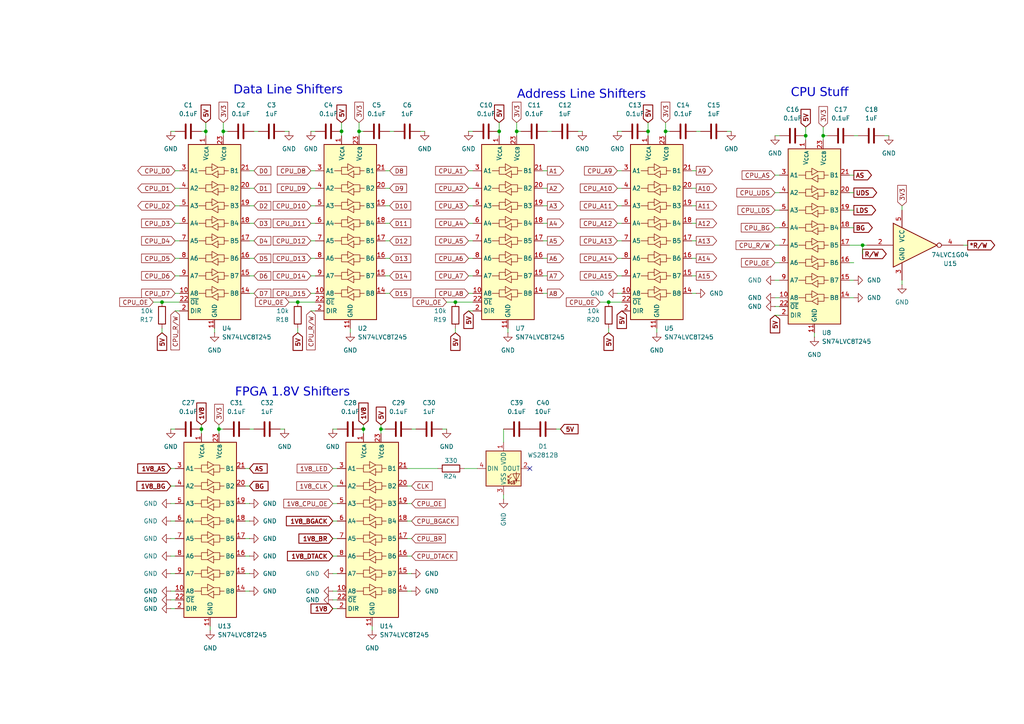
<source format=kicad_sch>
(kicad_sch (version 20250114) (generator "eeschema") (generator_version "9.0")
  (paper "A4")
  (text "CPU Stuff" (at 237.744 27.686 0) (effects (font (size 2.54 2.54))))
  (text "Data Line Shifters" (at 83.566 26.924 0) (effects (font (size 2.54 2.54))))
  (text "FPGA 1.8V Shifters" (at 84.836 114.554 0) (effects (font (size 2.54 2.54))))
  (text "Address Line Shifters" (at 168.656 28.194 0) (effects (font (size 2.54 2.54))))
  (junction (at 105.41 124.46))
  (junction (at 58.42 124.46))
  (junction (at 187.96 38.1))
  (junction (at 99.06 38.1))
  (junction (at 233.68 39.37))
  (junction (at 46.99 87.63))
  (junction (at 238.76 39.37))
  (junction (at 144.78 38.1))
  (junction (at 110.49 124.46))
  (junction (at 64.77 38.1))
  (junction (at 149.86 38.1))
  (junction (at 63.5 124.46))
  (junction (at 86.36 87.63))
  (junction (at 59.69 38.1))
  (junction (at 132.08 87.63))
  (junction (at 250.19 71.12))
  (junction (at 176.53 87.63))
  (junction (at 193.04 38.1))
  (junction (at 104.14 38.1))
  (no_connect (at 153.67 135.89))
  (wire (pts (xy 135.89 54.61) (xy 137.16 54.61)))
  (wire (pts (xy 96.52 151.13) (xy 97.79 151.13)))
  (wire (pts (xy 62.23 96.52) (xy 62.23 95.25)))
  (wire (pts (xy 113.03 69.85) (xy 111.76 69.85)))
  (wire (pts (xy 149.86 38.1) (xy 149.86 35.56)))
  (wire (pts (xy 119.38 140.97) (xy 118.11 140.97)))
  (wire (pts (xy 46.99 87.63) (xy 52.07 87.63)))
  (wire (pts (xy 49.53 166.37) (xy 50.8 166.37)))
  (wire (pts (xy 72.39 161.29) (xy 71.12 161.29)))
  (wire (pts (xy 64.77 124.46) (xy 63.5 124.46)))
  (wire (pts (xy 193.04 38.1) (xy 193.04 35.56)))
  (wire (pts (xy 59.69 35.56) (xy 59.69 38.1)))
  (wire (pts (xy 119.38 161.29) (xy 118.11 161.29)))
  (wire (pts (xy 201.93 64.77) (xy 200.66 64.77)))
  (wire (pts (xy 58.42 123.19) (xy 58.42 124.46)))
  (wire (pts (xy 201.93 69.85) (xy 200.66 69.85)))
  (wire (pts (xy 113.03 85.09) (xy 111.76 85.09)))
  (wire (pts (xy 247.65 76.2) (xy 246.38 76.2)))
  (wire (pts (xy 49.53 161.29) (xy 50.8 161.29)))
  (wire (pts (xy 113.03 74.93) (xy 111.76 74.93)))
  (wire (pts (xy 101.6 96.52) (xy 101.6 95.25)))
  (wire (pts (xy 135.89 90.17) (xy 137.16 90.17)))
  (wire (pts (xy 187.96 35.56) (xy 187.96 38.1)))
  (wire (pts (xy 190.5 96.52) (xy 190.5 95.25)))
  (wire (pts (xy 59.69 38.1) (xy 59.69 39.37)))
  (wire (pts (xy 73.66 54.61) (xy 72.39 54.61)))
  (wire (pts (xy 73.66 49.53) (xy 72.39 49.53)))
  (wire (pts (xy 64.77 35.56) (xy 64.77 38.1)))
  (wire (pts (xy 158.75 59.69) (xy 157.48 59.69)))
  (wire (pts (xy 72.39 171.45) (xy 71.12 171.45)))
  (wire (pts (xy 96.52 124.46) (xy 97.79 124.46)))
  (wire (pts (xy 233.68 39.37) (xy 233.68 40.64)))
  (wire (pts (xy 50.8 90.17) (xy 52.07 90.17)))
  (wire (pts (xy 105.41 38.1) (xy 104.14 38.1)))
  (wire (pts (xy 96.52 173.99) (xy 97.79 173.99)))
  (wire (pts (xy 247.65 55.88) (xy 246.38 55.88)))
  (wire (pts (xy 104.14 38.1) (xy 104.14 35.56)))
  (wire (pts (xy 96.52 135.89) (xy 97.79 135.89)))
  (wire (pts (xy 49.53 151.13) (xy 50.8 151.13)))
  (wire (pts (xy 73.66 80.01) (xy 72.39 80.01)))
  (wire (pts (xy 201.93 74.93) (xy 200.66 74.93)))
  (wire (pts (xy 50.8 49.53) (xy 52.07 49.53)))
  (wire (pts (xy 179.07 54.61) (xy 180.34 54.61)))
  (wire (pts (xy 113.03 49.53) (xy 111.76 49.53)))
  (wire (pts (xy 179.07 49.53) (xy 180.34 49.53)))
  (wire (pts (xy 179.07 85.09) (xy 180.34 85.09)))
  (wire (pts (xy 179.07 38.1) (xy 180.34 38.1)))
  (wire (pts (xy 135.89 59.69) (xy 137.16 59.69)))
  (wire (pts (xy 158.75 69.85) (xy 157.48 69.85)))
  (wire (pts (xy 144.78 35.56) (xy 144.78 38.1)))
  (wire (pts (xy 60.96 182.88) (xy 60.96 181.61)))
  (wire (pts (xy 132.08 96.52) (xy 132.08 95.25)))
  (wire (pts (xy 224.79 66.04) (xy 226.06 66.04)))
  (wire (pts (xy 120.65 124.46) (xy 119.38 124.46)))
  (wire (pts (xy 44.45 87.63) (xy 46.99 87.63)))
  (wire (pts (xy 135.89 85.09) (xy 137.16 85.09)))
  (wire (pts (xy 96.52 161.29) (xy 97.79 161.29)))
  (wire (pts (xy 238.76 39.37) (xy 238.76 36.83)))
  (wire (pts (xy 90.17 74.93) (xy 91.44 74.93)))
  (wire (pts (xy 72.39 146.05) (xy 71.12 146.05)))
  (wire (pts (xy 96.52 166.37) (xy 97.79 166.37)))
  (wire (pts (xy 90.17 49.53) (xy 91.44 49.53)))
  (wire (pts (xy 50.8 80.01) (xy 52.07 80.01)))
  (wire (pts (xy 132.08 87.63) (xy 129.54 87.63)))
  (wire (pts (xy 201.93 85.09) (xy 200.66 85.09)))
  (wire (pts (xy 119.38 166.37) (xy 118.11 166.37)))
  (wire (pts (xy 118.11 135.89) (xy 127 135.89)))
  (wire (pts (xy 179.07 80.01) (xy 180.34 80.01)))
  (wire (pts (xy 96.52 140.97) (xy 97.79 140.97)))
  (wire (pts (xy 82.55 124.46) (xy 81.28 124.46)))
  (wire (pts (xy 113.03 80.01) (xy 111.76 80.01)))
  (wire (pts (xy 63.5 124.46) (xy 63.5 125.73)))
  (wire (pts (xy 114.3 38.1) (xy 113.03 38.1)))
  (wire (pts (xy 176.53 87.63) (xy 180.34 87.63)))
  (wire (pts (xy 111.76 124.46) (xy 110.49 124.46)))
  (wire (pts (xy 99.06 38.1) (xy 99.06 39.37)))
  (wire (pts (xy 179.07 64.77) (xy 180.34 64.77)))
  (wire (pts (xy 49.53 156.21) (xy 50.8 156.21)))
  (wire (pts (xy 250.19 71.12) (xy 251.46 71.12)))
  (wire (pts (xy 107.95 182.88) (xy 107.95 181.61)))
  (wire (pts (xy 203.2 38.1) (xy 201.93 38.1)))
  (wire (pts (xy 99.06 35.56) (xy 99.06 38.1)))
  (wire (pts (xy 90.17 59.69) (xy 91.44 59.69)))
  (wire (pts (xy 201.93 49.53) (xy 200.66 49.53)))
  (wire (pts (xy 50.8 85.09) (xy 52.07 85.09)))
  (wire (pts (xy 123.19 38.1) (xy 121.92 38.1)))
  (wire (pts (xy 224.79 91.44) (xy 226.06 91.44)))
  (wire (pts (xy 96.52 146.05) (xy 97.79 146.05)))
  (wire (pts (xy 194.31 38.1) (xy 193.04 38.1)))
  (wire (pts (xy 158.75 54.61) (xy 157.48 54.61)))
  (wire (pts (xy 73.66 74.93) (xy 72.39 74.93)))
  (wire (pts (xy 193.04 39.37) (xy 193.04 38.1)))
  (wire (pts (xy 86.36 87.63) (xy 91.44 87.63)))
  (wire (pts (xy 73.66 64.77) (xy 72.39 64.77)))
  (wire (pts (xy 72.39 151.13) (xy 71.12 151.13)))
  (wire (pts (xy 50.8 69.85) (xy 52.07 69.85)))
  (wire (pts (xy 90.17 38.1) (xy 91.44 38.1)))
  (wire (pts (xy 83.82 38.1) (xy 82.55 38.1)))
  (wire (pts (xy 250.19 73.66) (xy 250.19 71.12)))
  (wire (pts (xy 176.53 87.63) (xy 173.99 87.63)))
  (wire (pts (xy 49.53 146.05) (xy 50.8 146.05)))
  (wire (pts (xy 73.66 69.85) (xy 72.39 69.85)))
  (wire (pts (xy 224.79 71.12) (xy 226.06 71.12)))
  (wire (pts (xy 158.75 85.09) (xy 157.48 85.09)))
  (wire (pts (xy 49.53 173.99) (xy 50.8 173.99)))
  (wire (pts (xy 247.65 81.28) (xy 246.38 81.28)))
  (wire (pts (xy 135.89 49.53) (xy 137.16 49.53)))
  (wire (pts (xy 257.81 39.37) (xy 256.54 39.37)))
  (wire (pts (xy 132.08 87.63) (xy 137.16 87.63)))
  (wire (pts (xy 96.52 171.45) (xy 97.79 171.45)))
  (wire (pts (xy 58.42 124.46) (xy 58.42 125.73)))
  (wire (pts (xy 96.52 156.21) (xy 97.79 156.21)))
  (wire (pts (xy 247.65 86.36) (xy 246.38 86.36)))
  (wire (pts (xy 224.79 88.9) (xy 226.06 88.9)))
  (wire (pts (xy 246.38 71.12) (xy 250.19 71.12)))
  (wire (pts (xy 90.17 85.09) (xy 91.44 85.09)))
  (wire (pts (xy 49.53 135.89) (xy 50.8 135.89)))
  (wire (pts (xy 135.89 74.93) (xy 137.16 74.93)))
  (wire (pts (xy 240.03 39.37) (xy 238.76 39.37)))
  (wire (pts (xy 201.93 59.69) (xy 200.66 59.69)))
  (wire (pts (xy 158.75 64.77) (xy 157.48 64.77)))
  (wire (pts (xy 233.68 36.83) (xy 233.68 39.37)))
  (wire (pts (xy 50.8 59.69) (xy 52.07 59.69)))
  (wire (pts (xy 119.38 146.05) (xy 118.11 146.05)))
  (wire (pts (xy 135.89 64.77) (xy 137.16 64.77)))
  (wire (pts (xy 146.05 144.78) (xy 146.05 143.51)))
  (wire (pts (xy 119.38 171.45) (xy 118.11 171.45)))
  (wire (pts (xy 104.14 39.37) (xy 104.14 38.1)))
  (wire (pts (xy 135.89 38.1) (xy 137.16 38.1)))
  (wire (pts (xy 49.53 124.46) (xy 50.8 124.46)))
  (wire (pts (xy 135.89 80.01) (xy 137.16 80.01)))
  (wire (pts (xy 113.03 54.61) (xy 111.76 54.61)))
  (wire (pts (xy 50.8 54.61) (xy 52.07 54.61)))
  (wire (pts (xy 179.07 69.85) (xy 180.34 69.85)))
  (wire (pts (xy 158.75 74.93) (xy 157.48 74.93)))
  (wire (pts (xy 50.8 64.77) (xy 52.07 64.77)))
  (wire (pts (xy 224.79 86.36) (xy 226.06 86.36)))
  (wire (pts (xy 90.17 69.85) (xy 91.44 69.85)))
  (wire (pts (xy 90.17 64.77) (xy 91.44 64.77)))
  (wire (pts (xy 63.5 123.19) (xy 63.5 124.46)))
  (wire (pts (xy 72.39 135.89) (xy 71.12 135.89)))
  (wire (pts (xy 110.49 124.46) (xy 110.49 125.73)))
  (wire (pts (xy 158.75 80.01) (xy 157.48 80.01)))
  (wire (pts (xy 179.07 59.69) (xy 180.34 59.69)))
  (wire (pts (xy 73.66 124.46) (xy 72.39 124.46)))
  (wire (pts (xy 151.13 38.1) (xy 149.86 38.1)))
  (wire (pts (xy 113.03 64.77) (xy 111.76 64.77)))
  (wire (pts (xy 72.39 156.21) (xy 71.12 156.21)))
  (wire (pts (xy 49.53 140.97) (xy 50.8 140.97)))
  (wire (pts (xy 144.78 38.1) (xy 144.78 39.37)))
  (wire (pts (xy 72.39 166.37) (xy 71.12 166.37)))
  (wire (pts (xy 49.53 38.1) (xy 50.8 38.1)))
  (wire (pts (xy 86.36 96.52) (xy 86.36 95.25)))
  (wire (pts (xy 224.79 60.96) (xy 226.06 60.96)))
  (wire (pts (xy 236.22 97.79) (xy 236.22 96.52)))
  (wire (pts (xy 179.07 74.93) (xy 180.34 74.93)))
  (wire (pts (xy 110.49 123.19) (xy 110.49 124.46)))
  (wire (pts (xy 261.62 59.69) (xy 261.62 60.96)))
  (wire (pts (xy 96.52 176.53) (xy 97.79 176.53)))
  (wire (pts (xy 90.17 80.01) (xy 91.44 80.01)))
  (wire (pts (xy 162.56 124.46) (xy 161.29 124.46)))
  (wire (pts (xy 74.93 38.1) (xy 73.66 38.1)))
  (wire (pts (xy 224.79 39.37) (xy 226.06 39.37)))
  (wire (pts (xy 72.39 140.97) (xy 71.12 140.97)))
  (wire (pts (xy 280.67 71.12) (xy 279.4 71.12)))
  (wire (pts (xy 134.62 135.89) (xy 138.43 135.89)))
  (wire (pts (xy 247.65 66.04) (xy 246.38 66.04)))
  (wire (pts (xy 49.53 176.53) (xy 50.8 176.53)))
  (wire (pts (xy 224.79 76.2) (xy 226.06 76.2)))
  (wire (pts (xy 224.79 50.8) (xy 226.06 50.8)))
  (wire (pts (xy 224.79 55.88) (xy 226.06 55.88)))
  (wire (pts (xy 224.79 81.28) (xy 226.06 81.28)))
  (wire (pts (xy 158.75 49.53) (xy 157.48 49.53)))
  (wire (pts (xy 49.53 171.45) (xy 50.8 171.45)))
  (wire (pts (xy 238.76 40.64) (xy 238.76 39.37)))
  (wire (pts (xy 113.03 59.69) (xy 111.76 59.69)))
  (wire (pts (xy 247.65 50.8) (xy 246.38 50.8)))
  (wire (pts (xy 247.65 60.96) (xy 246.38 60.96)))
  (wire (pts (xy 149.86 38.1) (xy 149.86 39.37)))
  (wire (pts (xy 147.32 96.52) (xy 147.32 95.25)))
  (wire (pts (xy 46.99 96.52) (xy 46.99 95.25)))
  (wire (pts (xy 135.89 69.85) (xy 137.16 69.85)))
  (wire (pts (xy 105.41 123.19) (xy 105.41 124.46)))
  (wire (pts (xy 50.8 74.93) (xy 52.07 74.93)))
  (wire (pts (xy 201.93 54.61) (xy 200.66 54.61)))
  (wire (pts (xy 73.66 85.09) (xy 72.39 85.09)))
  (wire (pts (xy 176.53 96.52) (xy 176.53 95.25)))
  (wire (pts (xy 105.41 124.46) (xy 105.41 125.73)))
  (wire (pts (xy 160.02 38.1) (xy 158.75 38.1)))
  (wire (pts (xy 119.38 151.13) (xy 118.11 151.13)))
  (wire (pts (xy 201.93 80.01) (xy 200.66 80.01)))
  (wire (pts (xy 73.66 59.69) (xy 72.39 59.69)))
  (wire (pts (xy 66.04 38.1) (xy 64.77 38.1)))
  (wire (pts (xy 91.44 90.17) (xy 90.17 90.17)))
  (wire (pts (xy 261.62 82.55) (xy 261.62 81.28)))
  (wire (pts (xy 187.96 38.1) (xy 187.96 39.37)))
  (wire (pts (xy 168.91 38.1) (xy 167.64 38.1)))
  (wire (pts (xy 64.77 38.1) (xy 64.77 39.37)))
  (wire (pts (xy 248.92 39.37) (xy 247.65 39.37)))
  (wire (pts (xy 146.05 124.46) (xy 146.05 128.27)))
  (wire (pts (xy 58.42 38.1) (xy 59.69 38.1)))
  (wire (pts (xy 86.36 87.63) (xy 83.82 87.63)))
  (wire (pts (xy 212.09 38.1) (xy 210.82 38.1)))
  (wire (pts (xy 119.38 156.21) (xy 118.11 156.21)))
  (wire (pts (xy 90.17 54.61) (xy 91.44 54.61)))
  (wire (pts (xy 129.54 124.46) (xy 128.27 124.46)))
  (global_label "A11" (shape output) (at 201.93 59.69 0) (property "Intersheetrefs" "${INTERSHEET_REFS}" (effects (hide yes))))
  (global_label "CPU_D14" (shape input) (at 90.17 80.01 180) (property "Intersheetrefs" "${INTERSHEET_REFS}" (effects (hide yes))))
  (global_label "5V" (shape input) (at 135.89 90.17 270) (effects (font (thickness 0.254) (bold yes))) (property "Intersheetrefs" "${INTERSHEET_REFS}" (effects (hide yes))))
  (global_label "CPU_D7" (shape input) (at 50.8 85.09 180) (property "Intersheetrefs" "${INTERSHEET_REFS}" (effects (hide yes))))
  (global_label "5V" (shape input) (at 132.08 96.52 270) (effects (font (thickness 0.254) (bold yes))) (property "Intersheetrefs" "${INTERSHEET_REFS}" (effects (hide yes))))
  (global_label "CPU_A13" (shape input) (at 179.07 69.85 180) (property "Intersheetrefs" "${INTERSHEET_REFS}" (effects (hide yes))))
  (global_label "3V3" (shape input) (at 64.77 35.56 90) (property "Intersheetrefs" "${INTERSHEET_REFS}" (effects (hide yes))))
  (global_label "CPU_A7" (shape input) (at 135.89 80.01 180) (property "Intersheetrefs" "${INTERSHEET_REFS}" (effects (hide yes))))
  (global_label "CPU_OE" (shape input) (at 224.79 76.2 180) (property "Intersheetrefs" "${INTERSHEET_REFS}" (effects (hide yes))))
  (global_label "CPU_D11" (shape input) (at 90.17 64.77 180) (property "Intersheetrefs" "${INTERSHEET_REFS}" (effects (hide yes))))
  (global_label "CPU_DTACK" (shape input) (at 119.38 161.29 0) (property "Intersheetrefs" "${INTERSHEET_REFS}" (effects (hide yes))))
  (global_label "R{slash}W" (shape output) (at 250.19 73.66 0) (effects (font (thickness 0.254) (bold yes))) (property "Intersheetrefs" "${INTERSHEET_REFS}" (effects (hide yes))))
  (global_label "A5" (shape output) (at 158.75 69.85 0) (property "Intersheetrefs" "${INTERSHEET_REFS}" (effects (hide yes))))
  (global_label "CPU_A9" (shape input) (at 179.07 49.53 180) (property "Intersheetrefs" "${INTERSHEET_REFS}" (effects (hide yes))))
  (global_label "A15" (shape output) (at 201.93 80.01 0) (property "Intersheetrefs" "${INTERSHEET_REFS}" (effects (hide yes))))
  (global_label "D10" (shape input) (at 113.03 59.69 0) (property "Intersheetrefs" "${INTERSHEET_REFS}" (effects (hide yes))))
  (global_label "A13" (shape output) (at 201.93 69.85 0) (property "Intersheetrefs" "${INTERSHEET_REFS}" (effects (hide yes))))
  (global_label "CPU_A15" (shape input) (at 179.07 80.01 180) (property "Intersheetrefs" "${INTERSHEET_REFS}" (effects (hide yes))))
  (global_label "5V" (shape input) (at 86.36 96.52 270) (effects (font (thickness 0.254) (bold yes))) (property "Intersheetrefs" "${INTERSHEET_REFS}" (effects (hide yes))))
  (global_label "CPU_R{slash}W" (shape input) (at 224.79 71.12 180) (property "Intersheetrefs" "${INTERSHEET_REFS}" (effects (hide yes))))
  (global_label "D1" (shape input) (at 73.66 54.61 0) (property "Intersheetrefs" "${INTERSHEET_REFS}" (effects (hide yes))))
  (global_label "A2" (shape output) (at 158.75 54.61 0) (property "Intersheetrefs" "${INTERSHEET_REFS}" (effects (hide yes))))
  (global_label "D12" (shape input) (at 113.03 69.85 0) (property "Intersheetrefs" "${INTERSHEET_REFS}" (effects (hide yes))))
  (global_label "CPU_A2" (shape input) (at 135.89 54.61 180) (property "Intersheetrefs" "${INTERSHEET_REFS}" (effects (hide yes))))
  (global_label "CLK" (shape input) (at 119.38 140.97 0) (property "Intersheetrefs" "${INTERSHEET_REFS}" (effects (hide yes))))
  (global_label "CPU_A8" (shape input) (at 135.89 85.09 180) (property "Intersheetrefs" "${INTERSHEET_REFS}" (effects (hide yes))))
  (global_label "3V3" (shape input) (at 149.86 35.56 90) (property "Intersheetrefs" "${INTERSHEET_REFS}" (effects (hide yes))))
  (global_label "CPU_A14" (shape input) (at 179.07 74.93 180) (property "Intersheetrefs" "${INTERSHEET_REFS}" (effects (hide yes))))
  (global_label "A10" (shape output) (at 201.93 54.61 0) (property "Intersheetrefs" "${INTERSHEET_REFS}" (effects (hide yes))))
  (global_label "CPU_A10" (shape input) (at 179.07 54.61 180) (property "Intersheetrefs" "${INTERSHEET_REFS}" (effects (hide yes))))
  (global_label "CPU_R{slash}W" (shape input) (at 50.8 90.17 270) (property "Intersheetrefs" "${INTERSHEET_REFS}" (effects (hide yes))))
  (global_label "CPU_BGACK" (shape input) (at 119.38 151.13 0) (property "Intersheetrefs" "${INTERSHEET_REFS}" (effects (hide yes))))
  (global_label "3V3" (shape input) (at 104.14 35.56 90) (property "Intersheetrefs" "${INTERSHEET_REFS}" (effects (hide yes))))
  (global_label "3V3" (shape input) (at 63.5 123.19 90) (property "Intersheetrefs" "${INTERSHEET_REFS}" (effects (hide yes))))
  (global_label "3V3" (shape input) (at 261.62 59.69 90) (property "Intersheetrefs" "${INTERSHEET_REFS}" (effects (hide yes))))
  (global_label "1V8_LED" (shape input) (at 96.52 135.89 180) (property "Intersheetrefs" "${INTERSHEET_REFS}" (effects (hide yes))))
  (global_label "A9" (shape output) (at 201.93 49.53 0) (property "Intersheetrefs" "${INTERSHEET_REFS}" (effects (hide yes))))
  (global_label "A7" (shape output) (at 158.75 80.01 0) (property "Intersheetrefs" "${INTERSHEET_REFS}" (effects (hide yes))))
  (global_label "A4" (shape output) (at 158.75 64.77 0) (property "Intersheetrefs" "${INTERSHEET_REFS}" (effects (hide yes))))
  (global_label "CPU_UDS" (shape input) (at 224.79 55.88 180) (property "Intersheetrefs" "${INTERSHEET_REFS}" (effects (hide yes))))
  (global_label "D11" (shape input) (at 113.03 64.77 0) (property "Intersheetrefs" "${INTERSHEET_REFS}" (effects (hide yes))))
  (global_label "1V8_BG" (shape input) (at 49.53 140.97 180) (effects (font (thickness 0.254) (bold yes))) (property "Intersheetrefs" "${INTERSHEET_REFS}" (effects (hide yes))))
  (global_label "CPU_BG" (shape input) (at 224.79 66.04 180) (property "Intersheetrefs" "${INTERSHEET_REFS}" (effects (hide yes))))
  (global_label "CPU_D6" (shape input) (at 50.8 80.01 180) (property "Intersheetrefs" "${INTERSHEET_REFS}" (effects (hide yes))))
  (global_label "1V8" (shape input) (at 58.42 123.19 90) (effects (font (thickness 0.254) (bold yes))) (property "Intersheetrefs" "${INTERSHEET_REFS}" (effects (hide yes))))
  (global_label "CPU_BR" (shape input) (at 119.38 156.21 0) (property "Intersheetrefs" "${INTERSHEET_REFS}" (effects (hide yes))))
  (global_label "5V" (shape input) (at 233.68 36.83 90) (effects (font (thickness 0.254) (bold yes))) (property "Intersheetrefs" "${INTERSHEET_REFS}" (effects (hide yes))))
  (global_label "A8" (shape output) (at 158.75 85.09 0) (property "Intersheetrefs" "${INTERSHEET_REFS}" (effects (hide yes))))
  (global_label "3V3" (shape input) (at 238.76 36.83 90) (property "Intersheetrefs" "${INTERSHEET_REFS}" (effects (hide yes))))
  (global_label "CPU_D9" (shape input) (at 90.17 54.61 180) (property "Intersheetrefs" "${INTERSHEET_REFS}" (effects (hide yes))))
  (global_label "A1" (shape output) (at 158.75 49.53 0) (property "Intersheetrefs" "${INTERSHEET_REFS}" (effects (hide yes))))
  (global_label "CPU_AS" (shape input) (at 224.79 50.8 180) (property "Intersheetrefs" "${INTERSHEET_REFS}" (effects (hide yes))))
  (global_label "CPU_D3" (shape input) (at 50.8 64.77 180) (property "Intersheetrefs" "${INTERSHEET_REFS}" (effects (hide yes))))
  (global_label "CPU_D1" (shape bidirectional) (at 50.8 54.61 180) (property "Intersheetrefs" "${INTERSHEET_REFS}" (effects (hide yes))))
  (global_label "5V" (shape input) (at 110.49 123.19 90) (effects (font (thickness 0.254) (bold yes))) (property "Intersheetrefs" "${INTERSHEET_REFS}" (effects (hide yes))))
  (global_label "1V8" (shape input) (at 105.41 123.19 90) (effects (font (thickness 0.254) (bold yes))) (property "Intersheetrefs" "${INTERSHEET_REFS}" (effects (hide yes))))
  (global_label "CPU_D12" (shape input) (at 90.17 69.85 180) (property "Intersheetrefs" "${INTERSHEET_REFS}" (effects (hide yes))))
  (global_label "D9" (shape input) (at 113.03 54.61 0) (property "Intersheetrefs" "${INTERSHEET_REFS}" (effects (hide yes))))
  (global_label "CPU_D15" (shape input) (at 90.17 85.09 180) (property "Intersheetrefs" "${INTERSHEET_REFS}" (effects (hide yes))))
  (global_label "5V" (shape input) (at 46.99 96.52 270) (effects (font (thickness 0.254) (bold yes))) (property "Intersheetrefs" "${INTERSHEET_REFS}" (effects (hide yes))))
  (global_label "LDS" (shape output) (at 247.65 60.96 0) (effects (font (thickness 0.254) (bold yes))) (property "Intersheetrefs" "${INTERSHEET_REFS}" (effects (hide yes))))
  (global_label "5V" (shape input) (at 59.69 35.56 90) (effects (font (thickness 0.254) (bold yes))) (property "Intersheetrefs" "${INTERSHEET_REFS}" (effects (hide yes))))
  (global_label "CPU_D8" (shape input) (at 90.17 49.53 180) (property "Intersheetrefs" "${INTERSHEET_REFS}" (effects (hide yes))))
  (global_label "CPU_D10" (shape input) (at 90.17 59.69 180) (property "Intersheetrefs" "${INTERSHEET_REFS}" (effects (hide yes))))
  (global_label "D13" (shape input) (at 113.03 74.93 0) (property "Intersheetrefs" "${INTERSHEET_REFS}" (effects (hide yes))))
  (global_label "D7" (shape input) (at 73.66 85.09 0) (property "Intersheetrefs" "${INTERSHEET_REFS}" (effects (hide yes))))
  (global_label "D5" (shape input) (at 73.66 74.93 0) (property "Intersheetrefs" "${INTERSHEET_REFS}" (effects (hide yes))))
  (global_label "D4" (shape input) (at 73.66 69.85 0) (property "Intersheetrefs" "${INTERSHEET_REFS}" (effects (hide yes))))
  (global_label "CPU_OE" (shape input) (at 44.45 87.63 180) (property "Intersheetrefs" "${INTERSHEET_REFS}" (effects (hide yes))))
  (global_label "CPU_A1" (shape input) (at 135.89 49.53 180) (property "Intersheetrefs" "${INTERSHEET_REFS}" (effects (hide yes))))
  (global_label "1V8_CPU_OE" (shape input) (at 96.52 146.05 180) (property "Intersheetrefs" "${INTERSHEET_REFS}" (effects (hide yes))))
  (global_label "CPU_OE" (shape input) (at 129.54 87.63 180) (property "Intersheetrefs" "${INTERSHEET_REFS}" (effects (hide yes))))
  (global_label "5V" (shape input) (at 162.56 124.46 0) (effects (font (thickness 0.254) (bold yes))) (property "Intersheetrefs" "${INTERSHEET_REFS}" (effects (hide yes))))
  (global_label "CPU_A3" (shape input) (at 135.89 59.69 180) (property "Intersheetrefs" "${INTERSHEET_REFS}" (effects (hide yes))))
  (global_label "BG" (shape output) (at 247.65 66.04 0) (effects (font (thickness 0.254) (bold yes))) (property "Intersheetrefs" "${INTERSHEET_REFS}" (effects (hide yes))))
  (global_label "UDS" (shape output) (at 247.65 55.88 0) (effects (font (thickness 0.254) (bold yes))) (property "Intersheetrefs" "${INTERSHEET_REFS}" (effects (hide yes))))
  (global_label "1V8_CLK" (shape input) (at 96.52 140.97 180) (property "Intersheetrefs" "${INTERSHEET_REFS}" (effects (hide yes))))
  (global_label "D15" (shape input) (at 113.03 85.09 0) (property "Intersheetrefs" "${INTERSHEET_REFS}" (effects (hide yes))))
  (global_label "CPU_D13" (shape input) (at 90.17 74.93 180) (property "Intersheetrefs" "${INTERSHEET_REFS}" (effects (hide yes))))
  (global_label "D8" (shape input) (at 113.03 49.53 0) (property "Intersheetrefs" "${INTERSHEET_REFS}" (effects (hide yes))))
  (global_label "1V8_BGACK" (shape input) (at 96.52 151.13 180) (effects (font (thickness 0.254) (bold yes))) (property "Intersheetrefs" "${INTERSHEET_REFS}" (effects (hide yes))))
  (global_label "D6" (shape input) (at 73.66 80.01 0) (property "Intersheetrefs" "${INTERSHEET_REFS}" (effects (hide yes))))
  (global_label "5V" (shape input) (at 180.34 90.17 270) (effects (font (thickness 0.254) (bold yes))) (property "Intersheetrefs" "${INTERSHEET_REFS}" (effects (hide yes))))
  (global_label "CPU_A11" (shape input) (at 179.07 59.69 180) (property "Intersheetrefs" "${INTERSHEET_REFS}" (effects (hide yes))))
  (global_label "CPU_D0" (shape bidirectional) (at 50.8 49.53 180) (property "Intersheetrefs" "${INTERSHEET_REFS}" (effects (hide yes))))
  (global_label "CPU_OE" (shape input) (at 83.82 87.63 180) (property "Intersheetrefs" "${INTERSHEET_REFS}" (effects (hide yes))))
  (global_label "5V" (shape input) (at 224.79 91.44 270) (effects (font (thickness 0.254) (bold yes))) (property "Intersheetrefs" "${INTERSHEET_REFS}" (effects (hide yes))))
  (global_label "D2" (shape input) (at 73.66 59.69 0) (property "Intersheetrefs" "${INTERSHEET_REFS}" (effects (hide yes))))
  (global_label "5V" (shape input) (at 176.53 96.52 270) (effects (font (thickness 0.254) (bold yes))) (property "Intersheetrefs" "${INTERSHEET_REFS}" (effects (hide yes))))
  (global_label "5V" (shape input) (at 99.06 35.56 90) (effects (font (thickness 0.254) (bold yes))) (property "Intersheetrefs" "${INTERSHEET_REFS}" (effects (hide yes))))
  (global_label "1V8" (shape input) (at 96.52 176.53 180) (effects (font (thickness 0.254) (bold yes))) (property "Intersheetrefs" "${INTERSHEET_REFS}" (effects (hide yes))))
  (global_label "1V8_BR" (shape input) (at 96.52 156.21 180) (effects (font (thickness 0.254) (bold yes))) (property "Intersheetrefs" "${INTERSHEET_REFS}" (effects (hide yes))))
  (global_label "A14" (shape output) (at 201.93 74.93 0) (property "Intersheetrefs" "${INTERSHEET_REFS}" (effects (hide yes))))
  (global_label "CPU_D4" (shape input) (at 50.8 69.85 180) (property "Intersheetrefs" "${INTERSHEET_REFS}" (effects (hide yes))))
  (global_label "A12" (shape output) (at 201.93 64.77 0) (property "Intersheetrefs" "${INTERSHEET_REFS}" (effects (hide yes))))
  (global_label "D0" (shape input) (at 73.66 49.53 0) (property "Intersheetrefs" "${INTERSHEET_REFS}" (effects (hide yes))))
  (global_label "AS" (shape output) (at 247.65 50.8 0) (effects (font (thickness 0.254) (bold yes))) (property "Intersheetrefs" "${INTERSHEET_REFS}" (effects (hide yes))))
  (global_label "CPU_A5" (shape input) (at 135.89 69.85 180) (property "Intersheetrefs" "${INTERSHEET_REFS}" (effects (hide yes))))
  (global_label "D14" (shape input) (at 113.03 80.01 0) (property "Intersheetrefs" "${INTERSHEET_REFS}" (effects (hide yes))))
  (global_label "1V8_DTACK" (shape input) (at 96.52 161.29 180) (effects (font (thickness 0.254) (bold yes))) (property "Intersheetrefs" "${INTERSHEET_REFS}" (effects (hide yes))))
  (global_label "CPU_R{slash}W" (shape input) (at 90.17 90.17 270) (property "Intersheetrefs" "${INTERSHEET_REFS}" (effects (hide yes))))
  (global_label "CPU_OE" (shape input) (at 173.99 87.63 180) (property "Intersheetrefs" "${INTERSHEET_REFS}" (effects (hide yes))))
  (global_label "*R{slash}W" (shape output) (at 280.67 71.12 0) (effects (font (thickness 0.254) (bold yes))) (property "Intersheetrefs" "${INTERSHEET_REFS}" (effects (hide yes))))
  (global_label "CPU_A4" (shape input) (at 135.89 64.77 180) (property "Intersheetrefs" "${INTERSHEET_REFS}" (effects (hide yes))))
  (global_label "CPU_OE" (shape input) (at 119.38 146.05 0) (property "Intersheetrefs" "${INTERSHEET_REFS}" (effects (hide yes))))
  (global_label "CPU_A6" (shape input) (at 135.89 74.93 180) (property "Intersheetrefs" "${INTERSHEET_REFS}" (effects (hide yes))))
  (global_label "CPU_A12" (shape input) (at 179.07 64.77 180) (property "Intersheetrefs" "${INTERSHEET_REFS}" (effects (hide yes))))
  (global_label "D3" (shape input) (at 73.66 64.77 0) (property "Intersheetrefs" "${INTERSHEET_REFS}" (effects (hide yes))))
  (global_label "5V" (shape input) (at 187.96 35.56 90) (effects (font (thickness 0.254) (bold yes))) (property "Intersheetrefs" "${INTERSHEET_REFS}" (effects (hide yes))))
  (global_label "3V3" (shape input) (at 193.04 35.56 90) (property "Intersheetrefs" "${INTERSHEET_REFS}" (effects (hide yes))))
  (global_label "A3" (shape output) (at 158.75 59.69 0) (property "Intersheetrefs" "${INTERSHEET_REFS}" (effects (hide yes))))
  (global_label "AS" (shape input) (at 72.39 135.89 0) (effects (font (thickness 0.254) (bold yes))) (property "Intersheetrefs" "${INTERSHEET_REFS}" (effects (hide yes))))
  (global_label "CPU_D2" (shape bidirectional) (at 50.8 59.69 180) (property "Intersheetrefs" "${INTERSHEET_REFS}" (effects (hide yes))))
  (global_label "5V" (shape input) (at 144.78 35.56 90) (effects (font (thickness 0.254) (bold yes))) (property "Intersheetrefs" "${INTERSHEET_REFS}" (effects (hide yes))))
  (global_label "1V8_AS" (shape input) (at 49.53 135.89 180) (effects (font (thickness 0.254) (bold yes))) (property "Intersheetrefs" "${INTERSHEET_REFS}" (effects (hide yes))))
  (global_label "CPU_LDS" (shape input) (at 224.79 60.96 180) (property "Intersheetrefs" "${INTERSHEET_REFS}" (effects (hide yes))))
  (global_label "CPU_D5" (shape input) (at 50.8 74.93 180) (property "Intersheetrefs" "${INTERSHEET_REFS}" (effects (hide yes))))
  (global_label "A6" (shape output) (at 158.75 74.93 0) (property "Intersheetrefs" "${INTERSHEET_REFS}" (effects (hide yes))))
  (global_label "BG" (shape input) (at 72.39 140.97 0) (effects (font (thickness 0.254) (bold yes))) (property "Intersheetrefs" "${INTERSHEET_REFS}" (effects (hide yes))))
  (symbol (lib_id "power:GND") (at 49.53 124.46 0) (unit 1)
    (property "Reference" "#PWR0102" (effects (hide yes)))
    (property "Value" "GND" (at 49.53 129.54 0))
    (property "Description" "Power symbol creates a global label with name \"GND\" , ground" (effects (hide yes)))
  )
  (symbol (lib_id "Logic_LevelTranslator:SN74LVC8T245") (at 62.23 67.31 0) (unit 1)
    (property "Reference" "U4" (at 64.3733 95.25 0) (effects (justify left)))
    (property "Value" "SN74LVC8T245" (at 64.3733 97.79 0) (effects (justify left)))
    (property "Footprint" "Package_SO:TSSOP-24_4.4x7.8mm_P0.65mm" (effects (hide yes)))
    (property "Datasheet" "https://www.ti.com/lit/ds/symlink/sn74lvc8t245.pdf" (effects (hide yes)))
    (property "Description" "8-Bit Dual-Supply Bus Transceiver With Configurable Voltage Translation and 3-State Outputs" (effects (hide yes)))
  )
  (symbol (lib_id "power:GND") (at 168.91 38.1 0) (unit 1)
    (property "Reference" "#PWR081" (effects (hide yes)))
    (property "Value" "GND" (at 168.91 43.18 0))
    (property "Description" "Power symbol creates a global label with name \"GND\" , ground" (effects (hide yes)))
  )
  (symbol (lib_id "Device:C") (at 68.58 124.46 90) (unit 1)
    (property "Reference" "C31" (at 68.58 116.84 90))
    (property "Value" "0.1uF" (at 68.58 119.38 90))
    (property "Footprint" "Capacitor_SMD:C_0805_2012Metric_Pad1.18x1.45mm_HandSolder" (effects (hide yes)))
    (property "Description" "Unpolarized capacitor" (effects (hide yes)))
  )
  (symbol (lib_id "Device:C") (at 229.87 39.37 90) (unit 1)
    (property "Reference" "C16" (at 229.87 31.75 90))
    (property "Value" "0.1uF" (at 229.87 34.29 90))
    (property "Footprint" "Capacitor_SMD:C_0805_2012Metric_Pad1.18x1.45mm_HandSolder" (effects (hide yes)))
    (property "Description" "Unpolarized capacitor" (effects (hide yes)))
  )
  (symbol (lib_id "power:GND") (at 49.53 156.21 270) (unit 1)
    (property "Reference" "#PWR053" (effects (hide yes)))
    (property "Value" "GND" (at 45.72 156.2099 90) (effects (justify right)))
    (property "Description" "Power symbol creates a global label with name \"GND\" , ground" (effects (hide yes)))
  )
  (symbol (lib_id "Device:C") (at 243.84 39.37 90) (unit 1)
    (property "Reference" "C17" (at 243.84 31.75 90))
    (property "Value" "0.1uF" (at 243.84 34.29 90))
    (property "Footprint" "Capacitor_SMD:C_0805_2012Metric_Pad1.18x1.45mm_HandSolder" (effects (hide yes)))
    (property "Description" "Unpolarized capacitor" (effects (hide yes)))
  )
  (symbol (lib_id "Device:C") (at 77.47 124.46 90) (unit 1)
    (property "Reference" "C32" (at 77.47 116.84 90))
    (property "Value" "1uF" (at 77.47 119.38 90))
    (property "Footprint" "Capacitor_SMD:C_0805_2012Metric_Pad1.18x1.45mm_HandSolder" (effects (hide yes)))
    (property "Description" "Unpolarized capacitor" (effects (hide yes)))
  )
  (symbol (lib_id "power:GND") (at 82.55 124.46 0) (unit 1)
    (property "Reference" "#PWR0105" (effects (hide yes)))
    (property "Value" "GND" (at 82.55 129.54 0))
    (property "Description" "Power symbol creates a global label with name \"GND\" , ground" (effects (hide yes)))
  )
  (symbol (lib_id "power:GND") (at 90.17 38.1 0) (unit 1)
    (property "Reference" "#PWR056" (effects (hide yes)))
    (property "Value" "GND" (at 90.17 43.18 0))
    (property "Description" "Power symbol creates a global label with name \"GND\" , ground" (effects (hide yes)))
  )
  (symbol (lib_id "power:GND") (at 96.52 173.99 270) (unit 1)
    (property "Reference" "#PWR058" (effects (hide yes)))
    (property "Value" "GND" (at 92.71 173.9899 90) (effects (justify right)))
    (property "Description" "Power symbol creates a global label with name \"GND\" , ground" (effects (hide yes)))
  )
  (symbol (lib_id "Logic_LevelTranslator:SN74LVC8T245") (at 147.32 67.31 0) (unit 1)
    (property "Reference" "U7" (at 149.4633 95.25 0) (effects (justify left)))
    (property "Value" "SN74LVC8T245" (at 149.4633 97.79 0) (effects (justify left)))
    (property "Footprint" "Package_SO:TSSOP-24_4.4x7.8mm_P0.65mm" (effects (hide yes)))
    (property "Datasheet" "https://www.ti.com/lit/ds/symlink/sn74lvc8t245.pdf" (effects (hide yes)))
    (property "Description" "8-Bit Dual-Supply Bus Transceiver With Configurable Voltage Translation and 3-State Outputs" (effects (hide yes)))
  )
  (symbol (lib_id "power:GND") (at 49.53 173.99 270) (unit 1)
    (property "Reference" "#PWR014" (effects (hide yes)))
    (property "Value" "GND" (at 45.72 173.9899 90) (effects (justify right)))
    (property "Description" "Power symbol creates a global label with name \"GND\" , ground" (effects (hide yes)))
  )
  (symbol (lib_id "power:GND") (at 49.53 171.45 270) (unit 1)
    (property "Reference" "#PWR061" (effects (hide yes)))
    (property "Value" "GND" (at 45.72 171.4499 90) (effects (justify right)))
    (property "Description" "Power symbol creates a global label with name \"GND\" , ground" (effects (hide yes)))
  )
  (symbol (lib_id "Device:R") (at 176.53 91.44 180) (unit 1)
    (property "Reference" "R20" (at 173.99 92.7101 0) (effects (justify left)))
    (property "Value" "10k" (at 173.99 90.1701 0) (effects (justify left)))
    (property "Footprint" "Resistor_SMD:R_0805_2012Metric_Pad1.20x1.40mm_HandSolder" (effects (hide yes)))
    (property "Description" "Resistor" (effects (hide yes)))
  )
  (symbol (lib_id "power:GND") (at 201.93 85.09 90) (unit 1)
    (property "Reference" "#PWR039" (effects (hide yes)))
    (property "Value" "GND" (at 205.74 85.0899 90) (effects (justify right)))
    (property "Description" "Power symbol creates a global label with name \"GND\" , ground" (effects (hide yes)))
  )
  (symbol (lib_id "power:GND") (at 72.39 171.45 90) (unit 1)
    (property "Reference" "#PWR071" (effects (hide yes)))
    (property "Value" "GND" (at 76.2 171.4499 90) (effects (justify right)))
    (property "Description" "Power symbol creates a global label with name \"GND\" , ground" (effects (hide yes)))
  )
  (symbol (lib_id "Device:C") (at 207.01 38.1 90) (unit 1)
    (property "Reference" "C15" (at 207.01 30.48 90))
    (property "Value" "1uF" (at 207.01 33.02 90))
    (property "Footprint" "Capacitor_SMD:C_0805_2012Metric_Pad1.18x1.45mm_HandSolder" (effects (hide yes)))
    (property "Description" "Unpolarized capacitor" (effects (hide yes)))
  )
  (symbol (lib_id "Device:C") (at 184.15 38.1 90) (unit 1)
    (property "Reference" "C13" (at 184.15 30.48 90))
    (property "Value" "0.1uF" (at 184.15 33.02 90))
    (property "Footprint" "Capacitor_SMD:C_0805_2012Metric_Pad1.18x1.45mm_HandSolder" (effects (hide yes)))
    (property "Description" "Unpolarized capacitor" (effects (hide yes)))
  )
  (symbol (lib_id "Device:C") (at 149.86 124.46 90) (unit 1)
    (property "Reference" "C39" (at 149.86 116.84 90))
    (property "Value" "0.1uF" (at 149.86 119.38 90))
    (property "Footprint" "Capacitor_SMD:C_0805_2012Metric_Pad1.18x1.45mm_HandSolder" (effects (hide yes)))
    (property "Description" "Unpolarized capacitor" (effects (hide yes)))
  )
  (symbol (lib_id "Logic_LevelTranslator:SN74LVC8T245") (at 101.6 67.31 0) (unit 1)
    (property "Reference" "U2" (at 103.7433 95.25 0) (effects (justify left)))
    (property "Value" "SN74LVC8T245" (at 103.7433 97.79 0) (effects (justify left)))
    (property "Footprint" "Package_SO:TSSOP-24_4.4x7.8mm_P0.65mm" (effects (hide yes)))
    (property "Datasheet" "https://www.ti.com/lit/ds/symlink/sn74lvc8t245.pdf" (effects (hide yes)))
    (property "Description" "8-Bit Dual-Supply Bus Transceiver With Configurable Voltage Translation and 3-State Outputs" (effects (hide yes)))
  )
  (symbol (lib_id "Device:R") (at 86.36 91.44 180) (unit 1)
    (property "Reference" "R18" (at 83.82 92.7101 0) (effects (justify left)))
    (property "Value" "10k" (at 83.82 90.1701 0) (effects (justify left)))
    (property "Footprint" "Resistor_SMD:R_0805_2012Metric_Pad1.20x1.40mm_HandSolder" (effects (hide yes)))
    (property "Description" "Resistor" (effects (hide yes)))
  )
  (symbol (lib_id "power:GND") (at 179.07 85.09 270) (unit 1)
    (property "Reference" "#PWR062" (effects (hide yes)))
    (property "Value" "GND" (at 175.26 85.0899 90) (effects (justify right)))
    (property "Description" "Power symbol creates a global label with name \"GND\" , ground" (effects (hide yes)))
  )
  (symbol (lib_id "power:GND") (at 72.39 151.13 90) (unit 1)
    (property "Reference" "#PWR067" (effects (hide yes)))
    (property "Value" "GND" (at 76.2 151.1299 90) (effects (justify right)))
    (property "Description" "Power symbol creates a global label with name \"GND\" , ground" (effects (hide yes)))
  )
  (symbol (lib_id "74xGxx:74LVC1G04") (at 266.7 71.12 0) (unit 1)
    (property "Reference" "U15" (at 275.59 76.454 0))
    (property "Value" "74LVC1G04" (at 275.59 73.914 0))
    (property "Footprint" "Package_TO_SOT_SMD:SOT-23-5_HandSoldering" (effects (hide yes)))
    (property "Datasheet" "https://www.ti.com/lit/ds/symlink/sn74lvc1g04.pdf" (effects (hide yes)))
    (property "Description" "Single NOT Gate, Low-Voltage CMOS" (effects (hide yes)))
  )
  (symbol (lib_id "Device:C") (at 69.85 38.1 90) (unit 1)
    (property "Reference" "C2" (at 69.85 30.48 90))
    (property "Value" "0.1uF" (at 69.85 33.02 90))
    (property "Footprint" "Capacitor_SMD:C_0805_2012Metric_Pad1.18x1.45mm_HandSolder" (effects (hide yes)))
    (property "Description" "Unpolarized capacitor" (effects (hide yes)))
  )
  (symbol (lib_id "Device:C") (at 115.57 124.46 90) (unit 1)
    (property "Reference" "C29" (at 115.57 116.84 90))
    (property "Value" "0.1uF" (at 115.57 119.38 90))
    (property "Footprint" "Capacitor_SMD:C_0805_2012Metric_Pad1.18x1.45mm_HandSolder" (effects (hide yes)))
    (property "Description" "Unpolarized capacitor" (effects (hide yes)))
  )
  (symbol (lib_id "power:GND") (at 224.79 39.37 0) (unit 1)
    (property "Reference" "#PWR084" (effects (hide yes)))
    (property "Value" "GND" (at 224.79 44.45 0))
    (property "Description" "Power symbol creates a global label with name \"GND\" , ground" (effects (hide yes)))
  )
  (symbol (lib_id "power:GND") (at 107.95 182.88 0) (unit 1)
    (property "Reference" "#PWR042" (effects (hide yes)))
    (property "Value" "GND" (at 107.95 187.96 0))
    (property "Description" "Power symbol creates a global label with name \"GND\" , ground" (effects (hide yes)))
  )
  (symbol (lib_id "Device:C") (at 109.22 38.1 90) (unit 1)
    (property "Reference" "C5" (at 109.22 30.48 90))
    (property "Value" "0.1uF" (at 109.22 33.02 90))
    (property "Footprint" "Capacitor_SMD:C_0805_2012Metric_Pad1.18x1.45mm_HandSolder" (effects (hide yes)))
    (property "Description" "Unpolarized capacitor" (effects (hide yes)))
  )
  (symbol (lib_id "Device:C") (at 140.97 38.1 90) (unit 1)
    (property "Reference" "C10" (at 140.97 30.48 90))
    (property "Value" "0.1uF" (at 140.97 33.02 90))
    (property "Footprint" "Capacitor_SMD:C_0805_2012Metric_Pad1.18x1.45mm_HandSolder" (effects (hide yes)))
    (property "Description" "Unpolarized capacitor" (effects (hide yes)))
  )
  (symbol (lib_id "power:GND") (at 60.96 182.88 0) (unit 1)
    (property "Reference" "#PWR043" (effects (hide yes)))
    (property "Value" "GND" (at 60.96 187.96 0))
    (property "Description" "Power symbol creates a global label with name \"GND\" , ground" (effects (hide yes)))
  )
  (symbol (lib_id "power:GND") (at 147.32 96.52 0) (unit 1)
    (property "Reference" "#PWR030" (effects (hide yes)))
    (property "Value" "GND" (at 147.32 101.6 0))
    (property "Description" "Power symbol creates a global label with name \"GND\" , ground" (effects (hide yes)))
  )
  (symbol (lib_id "power:GND") (at 72.39 166.37 90) (unit 1)
    (property "Reference" "#PWR070" (effects (hide yes)))
    (property "Value" "GND" (at 76.2 166.3699 90) (effects (justify right)))
    (property "Description" "Power symbol creates a global label with name \"GND\" , ground" (effects (hide yes)))
  )
  (symbol (lib_id "Device:C") (at 163.83 38.1 90) (unit 1)
    (property "Reference" "C12" (at 163.83 30.48 90))
    (property "Value" "1uF" (at 163.83 33.02 90))
    (property "Footprint" "Capacitor_SMD:C_0805_2012Metric_Pad1.18x1.45mm_HandSolder" (effects (hide yes)))
    (property "Description" "Unpolarized capacitor" (effects (hide yes)))
  )
  (symbol (lib_id "power:GND") (at 49.53 151.13 270) (unit 1)
    (property "Reference" "#PWR052" (effects (hide yes)))
    (property "Value" "GND" (at 45.72 151.1299 90) (effects (justify right)))
    (property "Description" "Power symbol creates a global label with name \"GND\" , ground" (effects (hide yes)))
  )
  (symbol (lib_id "Device:C") (at 54.61 124.46 90) (unit 1)
    (property "Reference" "C27" (at 54.61 116.84 90))
    (property "Value" "0.1uF" (at 54.61 119.38 90))
    (property "Footprint" "Capacitor_SMD:C_0805_2012Metric_Pad1.18x1.45mm_HandSolder" (effects (hide yes)))
    (property "Description" "Unpolarized capacitor" (effects (hide yes)))
  )
  (symbol (lib_id "power:GND") (at 72.39 156.21 90) (unit 1)
    (property "Reference" "#PWR068" (effects (hide yes)))
    (property "Value" "GND" (at 76.2 156.2099 90) (effects (justify right)))
    (property "Description" "Power symbol creates a global label with name \"GND\" , ground" (effects (hide yes)))
  )
  (symbol (lib_id "power:GND") (at 129.54 124.46 0) (unit 1)
    (property "Reference" "#PWR0104" (effects (hide yes)))
    (property "Value" "GND" (at 129.54 129.54 0))
    (property "Description" "Power symbol creates a global label with name \"GND\" , ground" (effects (hide yes)))
  )
  (symbol (lib_id "power:GND") (at 72.39 146.05 90) (unit 1)
    (property "Reference" "#PWR066" (effects (hide yes)))
    (property "Value" "GND" (at 76.2 146.0499 90) (effects (justify right)))
    (property "Description" "Power symbol creates a global label with name \"GND\" , ground" (effects (hide yes)))
  )
  (symbol (lib_id "power:GND") (at 96.52 166.37 270) (unit 1)
    (property "Reference" "#PWR065" (effects (hide yes)))
    (property "Value" "GND" (at 92.71 166.3699 90) (effects (justify right)))
    (property "Description" "Power symbol creates a global label with name \"GND\" , ground" (effects (hide yes)))
  )
  (symbol (lib_id "power:GND") (at 261.62 82.55 0) (unit 1)
    (property "Reference" "#PWR032" (effects (hide yes)))
    (property "Value" "GND" (at 261.62 87.63 0))
    (property "Description" "Power symbol creates a global label with name \"GND\" , ground" (effects (hide yes)))
  )
  (symbol (lib_id "power:GND") (at 49.53 38.1 0) (unit 1)
    (property "Reference" "#PWR054" (effects (hide yes)))
    (property "Value" "GND" (at 49.53 43.18 0))
    (property "Description" "Power symbol creates a global label with name \"GND\" , ground" (effects (hide yes)))
  )
  (symbol (lib_id "Logic_LevelTranslator:SN74LVC8T245") (at 190.5 67.31 0) (unit 1)
    (property "Reference" "U5" (at 192.6433 95.25 0) (effects (justify left)))
    (property "Value" "SN74LVC8T245" (at 192.6433 97.79 0) (effects (justify left)))
    (property "Footprint" "Package_SO:TSSOP-24_4.4x7.8mm_P0.65mm" (effects (hide yes)))
    (property "Datasheet" "https://www.ti.com/lit/ds/symlink/sn74lvc8t245.pdf" (effects (hide yes)))
    (property "Description" "8-Bit Dual-Supply Bus Transceiver With Configurable Voltage Translation and 3-State Outputs" (effects (hide yes)))
  )
  (symbol (lib_id "Logic_LevelTranslator:SN74LVC8T245") (at 60.96 153.67 0) (unit 1)
    (property "Reference" "U13" (at 63.1033 181.61 0) (effects (justify left)))
    (property "Value" "SN74LVC8T245" (at 63.1033 184.15 0) (effects (justify left)))
    (property "Footprint" "Package_SO:TSSOP-24_4.4x7.8mm_P0.65mm" (effects (hide yes)))
    (property "Datasheet" "https://www.ti.com/lit/ds/symlink/sn74lvc8t245.pdf" (effects (hide yes)))
    (property "Description" "8-Bit Dual-Supply Bus Transceiver With Configurable Voltage Translation and 3-State Outputs" (effects (hide yes)))
  )
  (symbol (lib_id "power:GND") (at 146.05 144.78 0) (unit 1)
    (property "Reference" "#PWR033" (effects (hide yes)))
    (property "Value" "GND" (at 146.0501 148.59 90) (effects (justify right)))
    (property "Description" "Power symbol creates a global label with name \"GND\" , ground" (effects (hide yes)))
  )
  (symbol (lib_id "power:GND") (at 190.5 96.52 0) (unit 1)
    (property "Reference" "#PWR031" (effects (hide yes)))
    (property "Value" "GND" (at 190.5 101.6 0))
    (property "Description" "Power symbol creates a global label with name \"GND\" , ground" (effects (hide yes)))
  )
  (symbol (lib_id "Device:C") (at 78.74 38.1 90) (unit 1)
    (property "Reference" "C3" (at 78.74 30.48 90))
    (property "Value" "1uF" (at 78.74 33.02 90))
    (property "Footprint" "Capacitor_SMD:C_0805_2012Metric_Pad1.18x1.45mm_HandSolder" (effects (hide yes)))
    (property "Description" "Unpolarized capacitor" (effects (hide yes)))
  )
  (symbol (lib_id "Device:C") (at 157.48 124.46 90) (unit 1)
    (property "Reference" "C40" (at 157.48 116.84 90))
    (property "Value" "10uF" (at 157.48 119.38 90))
    (property "Footprint" "Capacitor_SMD:C_0805_2012Metric_Pad1.18x1.45mm_HandSolder" (effects (hide yes)))
    (property "Description" "Unpolarized capacitor" (effects (hide yes)))
  )
  (symbol (lib_id "power:GND") (at 247.65 86.36 90) (unit 1)
    (property "Reference" "#PWR041" (effects (hide yes)))
    (property "Value" "GND" (at 251.46 86.3599 90) (effects (justify right)))
    (property "Description" "Power symbol creates a global label with name \"GND\" , ground" (effects (hide yes)))
  )
  (symbol (lib_id "power:GND") (at 224.79 81.28 270) (unit 1)
    (property "Reference" "#PWR034" (effects (hide yes)))
    (property "Value" "GND" (at 220.98 81.2799 90) (effects (justify right)))
    (property "Description" "Power symbol creates a global label with name \"GND\" , ground" (effects (hide yes)))
  )
  (symbol (lib_id "power:GND") (at 96.52 124.46 0) (unit 1)
    (property "Reference" "#PWR0103" (effects (hide yes)))
    (property "Value" "GND" (at 96.52 129.54 0))
    (property "Description" "Power symbol creates a global label with name \"GND\" , ground" (effects (hide yes)))
  )
  (symbol (lib_id "power:GND") (at 247.65 81.28 90) (unit 1)
    (property "Reference" "#PWR040" (effects (hide yes)))
    (property "Value" "GND" (at 251.46 81.2799 90) (effects (justify right)))
    (property "Description" "Power symbol creates a global label with name \"GND\" , ground" (effects (hide yes)))
  )
  (symbol (lib_id "power:GND") (at 49.53 146.05 270) (unit 1)
    (property "Reference" "#PWR015" (effects (hide yes)))
    (property "Value" "GND" (at 45.72 146.0499 90) (effects (justify right)))
    (property "Description" "Power symbol creates a global label with name \"GND\" , ground" (effects (hide yes)))
  )
  (symbol (lib_id "power:GND") (at 123.19 38.1 0) (unit 1)
    (property "Reference" "#PWR057" (effects (hide yes)))
    (property "Value" "GND" (at 123.19 43.18 0))
    (property "Description" "Power symbol creates a global label with name \"GND\" , ground" (effects (hide yes)))
  )
  (symbol (lib_id "power:GND") (at 96.52 171.45 270) (unit 1)
    (property "Reference" "#PWR077" (effects (hide yes)))
    (property "Value" "GND" (at 92.71 171.4499 90) (effects (justify right)))
    (property "Description" "Power symbol creates a global label with name \"GND\" , ground" (effects (hide yes)))
  )
  (symbol (lib_id "power:GND") (at 49.53 161.29 270) (unit 1)
    (property "Reference" "#PWR059" (effects (hide yes)))
    (property "Value" "GND" (at 45.72 161.2899 90) (effects (justify right)))
    (property "Description" "Power symbol creates a global label with name \"GND\" , ground" (effects (hide yes)))
  )
  (symbol (lib_id "power:GND") (at 224.79 86.36 270) (unit 1)
    (property "Reference" "#PWR035" (effects (hide yes)))
    (property "Value" "GND" (at 220.98 86.3599 90) (effects (justify right)))
    (property "Description" "Power symbol creates a global label with name \"GND\" , ground" (effects (hide yes)))
  )
  (symbol (lib_id "Device:C") (at 154.94 38.1 90) (unit 1)
    (property "Reference" "C11" (at 154.94 30.48 90))
    (property "Value" "0.1uF" (at 154.94 33.02 90))
    (property "Footprint" "Capacitor_SMD:C_0805_2012Metric_Pad1.18x1.45mm_HandSolder" (effects (hide yes)))
    (property "Description" "Unpolarized capacitor" (effects (hide yes)))
  )
  (symbol (lib_id "power:GND") (at 224.79 88.9 270) (unit 1)
    (property "Reference" "#PWR037" (effects (hide yes)))
    (property "Value" "GND" (at 220.98 88.8999 90) (effects (justify right)))
    (property "Description" "Power symbol creates a global label with name \"GND\" , ground" (effects (hide yes)))
  )
  (symbol (lib_id "power:GND") (at 49.53 166.37 270) (unit 1)
    (property "Reference" "#PWR060" (effects (hide yes)))
    (property "Value" "GND" (at 45.72 166.3699 90) (effects (justify right)))
    (property "Description" "Power symbol creates a global label with name \"GND\" , ground" (effects (hide yes)))
  )
  (symbol (lib_id "Device:C") (at 252.73 39.37 90) (unit 1)
    (property "Reference" "C18" (at 252.73 31.75 90))
    (property "Value" "1uF" (at 252.73 34.29 90))
    (property "Footprint" "Capacitor_SMD:C_0805_2012Metric_Pad1.18x1.45mm_HandSolder" (effects (hide yes)))
    (property "Description" "Unpolarized capacitor" (effects (hide yes)))
  )
  (symbol (lib_id "Logic_LevelTranslator:SN74LVC8T245") (at 107.95 153.67 0) (unit 1)
    (property "Reference" "U14" (at 110.0933 181.61 0) (effects (justify left)))
    (property "Value" "SN74LVC8T245" (at 110.0933 184.15 0) (effects (justify left)))
    (property "Footprint" "Package_SO:TSSOP-24_4.4x7.8mm_P0.65mm" (effects (hide yes)))
    (property "Datasheet" "https://www.ti.com/lit/ds/symlink/sn74lvc8t245.pdf" (effects (hide yes)))
    (property "Description" "8-Bit Dual-Supply Bus Transceiver With Configurable Voltage Translation and 3-State Outputs" (effects (hide yes)))
  )
  (symbol (lib_id "power:GND") (at 62.23 96.52 0) (unit 1)
    (property "Reference" "#PWR028" (effects (hide yes)))
    (property "Value" "GND" (at 62.23 101.6 0))
    (property "Description" "Power symbol creates a global label with name \"GND\" , ground" (effects (hide yes)))
  )
  (symbol (lib_id "Device:R") (at 46.99 91.44 180) (unit 1)
    (property "Reference" "R17" (at 44.45 92.7101 0) (effects (justify left)))
    (property "Value" "10k" (at 44.45 90.1701 0) (effects (justify left)))
    (property "Footprint" "Resistor_SMD:R_0805_2012Metric_Pad1.20x1.40mm_HandSolder" (effects (hide yes)))
    (property "Description" "Resistor" (effects (hide yes)))
  )
  (symbol (lib_id "power:GND") (at 135.89 38.1 0) (unit 1)
    (property "Reference" "#PWR080" (effects (hide yes)))
    (property "Value" "GND" (at 135.89 43.18 0))
    (property "Description" "Power symbol creates a global label with name \"GND\" , ground" (effects (hide yes)))
  )
  (symbol (lib_id "power:GND") (at 83.82 38.1 0) (unit 1)
    (property "Reference" "#PWR055" (effects (hide yes)))
    (property "Value" "GND" (at 83.82 43.18 0))
    (property "Description" "Power symbol creates a global label with name \"GND\" , ground" (effects (hide yes)))
  )
  (symbol (lib_id "Device:C") (at 198.12 38.1 90) (unit 1)
    (property "Reference" "C14" (at 198.12 30.48 90))
    (property "Value" "0.1uF" (at 198.12 33.02 90))
    (property "Footprint" "Capacitor_SMD:C_0805_2012Metric_Pad1.18x1.45mm_HandSolder" (effects (hide yes)))
    (property "Description" "Unpolarized capacitor" (effects (hide yes)))
  )
  (symbol (lib_id "Logic_LevelTranslator:SN74LVC8T245") (at 236.22 68.58 0) (unit 1)
    (property "Reference" "U8" (at 238.3633 96.52 0) (effects (justify left)))
    (property "Value" "SN74LVC8T245" (at 238.3633 99.06 0) (effects (justify left)))
    (property "Footprint" "Package_SO:TSSOP-24_4.4x7.8mm_P0.65mm" (effects (hide yes)))
    (property "Datasheet" "https://www.ti.com/lit/ds/symlink/sn74lvc8t245.pdf" (effects (hide yes)))
    (property "Description" "8-Bit Dual-Supply Bus Transceiver With Configurable Voltage Translation and 3-State Outputs" (effects (hide yes)))
  )
  (symbol (lib_id "Device:C") (at 95.25 38.1 90) (unit 1)
    (property "Reference" "C4" (at 95.25 30.48 90))
    (property "Value" "0.1uF" (at 95.25 33.02 90))
    (property "Footprint" "Capacitor_SMD:C_0805_2012Metric_Pad1.18x1.45mm_HandSolder" (effects (hide yes)))
    (property "Description" "Unpolarized capacitor" (effects (hide yes)))
  )
  (symbol (lib_id "power:GND") (at 212.09 38.1 0) (unit 1)
    (property "Reference" "#PWR083" (effects (hide yes)))
    (property "Value" "GND" (at 212.09 43.18 0))
    (property "Description" "Power symbol creates a global label with name \"GND\" , ground" (effects (hide yes)))
  )
  (symbol (lib_id "Device:C") (at 124.46 124.46 90) (unit 1)
    (property "Reference" "C30" (at 124.46 116.84 90))
    (property "Value" "1uF" (at 124.46 119.38 90))
    (property "Footprint" "Capacitor_SMD:C_0805_2012Metric_Pad1.18x1.45mm_HandSolder" (effects (hide yes)))
    (property "Description" "Unpolarized capacitor" (effects (hide yes)))
  )
  (symbol (lib_id "Device:C") (at 101.6 124.46 90) (unit 1)
    (property "Reference" "C28" (at 101.6 116.84 90))
    (property "Value" "0.1uF" (at 101.6 119.38 90))
    (property "Footprint" "Capacitor_SMD:C_0805_2012Metric_Pad1.18x1.45mm_HandSolder" (effects (hide yes)))
    (property "Description" "Unpolarized capacitor" (effects (hide yes)))
  )
  (symbol (lib_id "Device:C") (at 118.11 38.1 90) (unit 1)
    (property "Reference" "C6" (at 118.11 30.48 90))
    (property "Value" "1uF" (at 118.11 33.02 90))
    (property "Footprint" "Capacitor_SMD:C_0805_2012Metric_Pad1.18x1.45mm_HandSolder" (effects (hide yes)))
    (property "Description" "Unpolarized capacitor" (effects (hide yes)))
  )
  (symbol (lib_id "power:GND") (at 179.07 38.1 0) (unit 1)
    (property "Reference" "#PWR082" (effects (hide yes)))
    (property "Value" "GND" (at 179.07 43.18 0))
    (property "Description" "Power symbol creates a global label with name \"GND\" , ground" (effects (hide yes)))
  )
  (symbol (lib_id "power:GND") (at 236.22 97.79 0) (unit 1)
    (property "Reference" "#PWR036" (effects (hide yes)))
    (property "Value" "GND" (at 236.22 102.87 0))
    (property "Description" "Power symbol creates a global label with name \"GND\" , ground" (effects (hide yes)))
  )
  (symbol (lib_id "power:GND") (at 119.38 166.37 90) (unit 1)
    (property "Reference" "#PWR073" (effects (hide yes)))
    (property "Value" "GND" (at 123.19 166.3699 90) (effects (justify right)))
    (property "Description" "Power symbol creates a global label with name \"GND\" , ground" (effects (hide yes)))
  )
  (symbol (lib_id "power:GND") (at 119.38 171.45 90) (unit 1)
    (property "Reference" "#PWR072" (effects (hide yes)))
    (property "Value" "GND" (at 123.19 171.4499 90) (effects (justify right)))
    (property "Description" "Power symbol creates a global label with name \"GND\" , ground" (effects (hide yes)))
  )
  (symbol (lib_id "power:GND") (at 257.81 39.37 0) (unit 1)
    (property "Reference" "#PWR085" (effects (hide yes)))
    (property "Value" "GND" (at 257.81 44.45 0))
    (property "Description" "Power symbol creates a global label with name \"GND\" , ground" (effects (hide yes)))
  )
  (symbol (lib_id "Device:C") (at 54.61 38.1 90) (unit 1)
    (property "Reference" "C1" (at 54.61 30.48 90))
    (property "Value" "0.1uF" (at 54.61 33.02 90))
    (property "Footprint" "Capacitor_SMD:C_0805_2012Metric_Pad1.18x1.45mm_HandSolder" (effects (hide yes)))
    (property "Description" "Unpolarized capacitor" (effects (hide yes)))
  )
  (symbol (lib_id "Device:R") (at 132.08 91.44 180) (unit 1)
    (property "Reference" "R19" (at 129.54 92.7101 0) (effects (justify left)))
    (property "Value" "10k" (at 129.54 90.1701 0) (effects (justify left)))
    (property "Footprint" "Resistor_SMD:R_0805_2012Metric_Pad1.20x1.40mm_HandSolder" (effects (hide yes)))
    (property "Description" "Resistor" (effects (hide yes)))
  )
  (symbol (lib_id "Device:R") (at 130.81 135.89 270) (unit 1)
    (property "Reference" "R24" (at 130.556 138.176 90))
    (property "Value" "330" (at 130.81 133.604 90))
    (property "Footprint" "Resistor_SMD:R_0805_2012Metric_Pad1.20x1.40mm_HandSolder" (effects (hide yes)))
    (property "Description" "Resistor" (effects (hide yes)))
  )
  (symbol (lib_id "power:GND") (at 72.39 161.29 90) (unit 1)
    (property "Reference" "#PWR069" (effects (hide yes)))
    (property "Value" "GND" (at 76.2 161.2899 90) (effects (justify right)))
    (property "Description" "Power symbol creates a global label with name \"GND\" , ground" (effects (hide yes)))
  )
  (symbol (lib_id "power:GND") (at 101.6 96.52 0) (unit 1)
    (property "Reference" "#PWR029" (effects (hide yes)))
    (property "Value" "GND" (at 101.6 101.6 0))
    (property "Description" "Power symbol creates a global label with name \"GND\" , ground" (effects (hide yes)))
  )
  (symbol (lib_id "LED:WS2812B") (at 146.05 135.89 0) (unit 1)
    (property "Reference" "D1" (at 157.48 129.4698 0))
    (property "Value" "WS2812B" (at 157.48 132.0098 0))
    (property "Footprint" "LED_SMD:LED_WS2812B_PLCC4_5.0x5.0mm_P3.2mm" (effects (hide yes)))
    (property "Datasheet" "https://cdn-shop.adafruit.com/datasheets/WS2812B.pdf" (effects (hide yes)))
    (property "Description" "RGB LED with integrated controller" (effects (hide yes)))
  )
  (symbol (lib_id "power:GND") (at 49.53 176.53 270) (unit 1)
    (property "Reference" "#PWR038" (effects (hide yes)))
    (property "Value" "GND" (at 43.688 176.53 90))
    (property "Description" "Power symbol creates a global label with name \"GND\" , ground" (effects (hide yes)))
  )
)
</source>
